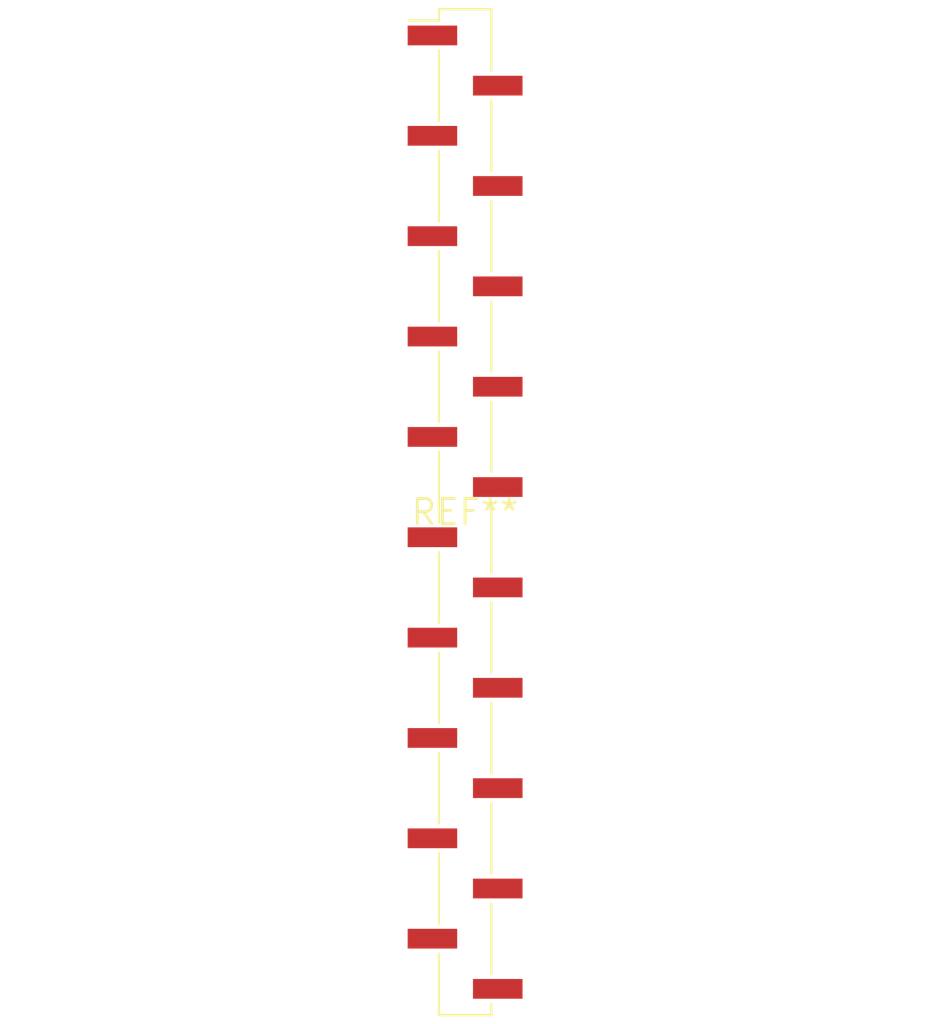
<source format=kicad_pcb>
(kicad_pcb (version 20240108) (generator pcbnew)
  (layers (0 "F.Cu" signal) (31 "B.Cu" signal) (34 "B.Paste" user) (35 "F.Paste" user) (36 "B.SilkS" user "B.Silkscreen") (37 "F.SilkS" user "F.Silkscreen") (38 "B.Mask" user) (39 "F.Mask" user) (44 "Edge.Cuts" user))
  (net 0 "")
  (footprint "PinHeader_1x20_P2.54mm_Vertical_SMD_Pin1Left" (layer "F.Cu") (at 0 0)
    (property "Reference" "REF**")
    (property "Value" "PinHeader_1x20_P2.54mm_Vertical_SMD_Pin1Left")
    (fp_line (start -1.33 -25.46) (end -1.33 -24.89) (layer "F.SilkS") (stroke (width 0.12)))
    (fp_line (start -1.33 -25.46) (end 1.33 -25.46) (layer "F.SilkS") (stroke (width 0.12)))
    (fp_line (start -1.33 -24.89) (end -2.85 -24.89) (layer "F.SilkS") (stroke (width 0.12)))
    (fp_line (start -1.33 -23.37) (end -1.33 -19.81) (layer "F.SilkS") (stroke (width 0.12)))
    (fp_line (start -1.33 -18.29) (end -1.33 -14.73) (layer "F.SilkS") (stroke (width 0.12)))
    (fp_line (start -1.33 -13.21) (end -1.33 -9.65) (layer "F.SilkS") (stroke (width 0.12)))
    (fp_line (start -1.33 -8.13) (end -1.33 -4.57) (layer "F.SilkS") (stroke (width 0.12)))
    (fp_line (start -1.33 -3.05) (end -1.33 0.51) (layer "F.SilkS") (stroke (width 0.12)))
    (fp_line (start -1.33 2.03) (end -1.33 5.59) (layer "F.SilkS") (stroke (width 0.12)))
    (fp_line (start -1.33 7.11) (end -1.33 10.67) (layer "F.SilkS") (stroke (width 0.12)))
    (fp_line (start -1.33 12.19) (end -1.33 15.75) (layer "F.SilkS") (stroke (width 0.12)))
    (fp_line (start -1.33 17.27) (end -1.33 20.83) (layer "F.SilkS") (stroke (width 0.12)))
    (fp_line (start -1.33 22.35) (end -1.33 25.46) (layer "F.SilkS") (stroke (width 0.12)))
    (fp_line (start -1.33 25.46) (end 1.33 25.46) (layer "F.SilkS") (stroke (width 0.12)))
    (fp_line (start 1.33 -25.46) (end 1.33 -22.35) (layer "F.SilkS") (stroke (width 0.12)))
    (fp_line (start 1.33 -20.83) (end 1.33 -17.27) (layer "F.SilkS") (stroke (width 0.12)))
    (fp_line (start 1.33 -15.75) (end 1.33 -12.19) (layer "F.SilkS") (stroke (width 0.12)))
    (fp_line (start 1.33 -10.67) (end 1.33 -7.11) (layer "F.SilkS") (stroke (width 0.12)))
    (fp_line (start 1.33 -5.59) (end 1.33 -2.03) (layer "F.SilkS") (stroke (width 0.12)))
    (fp_line (start 1.33 -0.51) (end 1.33 3.05) (layer "F.SilkS") (stroke (width 0.12)))
    (fp_line (start 1.33 4.57) (end 1.33 8.13) (layer "F.SilkS") (stroke (width 0.12)))
    (fp_line (start 1.33 9.65) (end 1.33 13.21) (layer "F.SilkS") (stroke (width 0.12)))
    (fp_line (start 1.33 14.73) (end 1.33 18.29) (layer "F.SilkS") (stroke (width 0.12)))
    (fp_line (start 1.33 19.81) (end 1.33 23.37) (layer "F.SilkS") (stroke (width 0.12)))
    (fp_line (start 1.33 24.89) (end 1.33 25.46) (layer "F.SilkS") (stroke (width 0.12)))
    (pad "1" smd rect (at -1.655 -24.13) (size 2.51 1) (layers "F.Cu" "F.Paste" "F.Mask"))
    (pad "2" smd rect (at 1.655 -21.59) (size 2.51 1) (layers "F.Cu" "F.Paste" "F.Mask"))
    (pad "3" smd rect (at -1.655 -19.05) (size 2.51 1) (layers "F.Cu" "F.Paste" "F.Mask"))
    (pad "4" smd rect (at 1.655 -16.51) (size 2.51 1) (layers "F.Cu" "F.Paste" "F.Mask"))
    (pad "5" smd rect (at -1.655 -13.97) (size 2.51 1) (layers "F.Cu" "F.Paste" "F.Mask"))
    (pad "6" smd rect (at 1.655 -11.43) (size 2.51 1) (layers "F.Cu" "F.Paste" "F.Mask"))
    (pad "7" smd rect (at -1.655 -8.89) (size 2.51 1) (layers "F.Cu" "F.Paste" "F.Mask"))
    (pad "8" smd rect (at 1.655 -6.35) (size 2.51 1) (layers "F.Cu" "F.Paste" "F.Mask"))
    (pad "9" smd rect (at -1.655 -3.81) (size 2.51 1) (layers "F.Cu" "F.Paste" "F.Mask"))
    (pad "10" smd rect (at 1.655 -1.27) (size 2.51 1) (layers "F.Cu" "F.Paste" "F.Mask"))
    (pad "11" smd rect (at -1.655 1.27) (size 2.51 1) (layers "F.Cu" "F.Paste" "F.Mask"))
    (pad "12" smd rect (at 1.655 3.81) (size 2.51 1) (layers "F.Cu" "F.Paste" "F.Mask"))
    (pad "13" smd rect (at -1.655 6.35) (size 2.51 1) (layers "F.Cu" "F.Paste" "F.Mask"))
    (pad "14" smd rect (at 1.655 8.89) (size 2.51 1) (layers "F.Cu" "F.Paste" "F.Mask"))
    (pad "15" smd rect (at -1.655 11.43) (size 2.51 1) (layers "F.Cu" "F.Paste" "F.Mask"))
    (pad "16" smd rect (at 1.655 13.97) (size 2.51 1) (layers "F.Cu" "F.Paste" "F.Mask"))
    (pad "17" smd rect (at -1.655 16.51) (size 2.51 1) (layers "F.Cu" "F.Paste" "F.Mask"))
    (pad "18" smd rect (at 1.655 19.05) (size 2.51 1) (layers "F.Cu" "F.Paste" "F.Mask"))
    (pad "19" smd rect (at -1.655 21.59) (size 2.51 1) (layers "F.Cu" "F.Paste" "F.Mask"))
    (pad "20" smd rect (at 1.655 24.13) (size 2.51 1) (layers "F.Cu" "F.Paste" "F.Mask"))
  )
)
</source>
